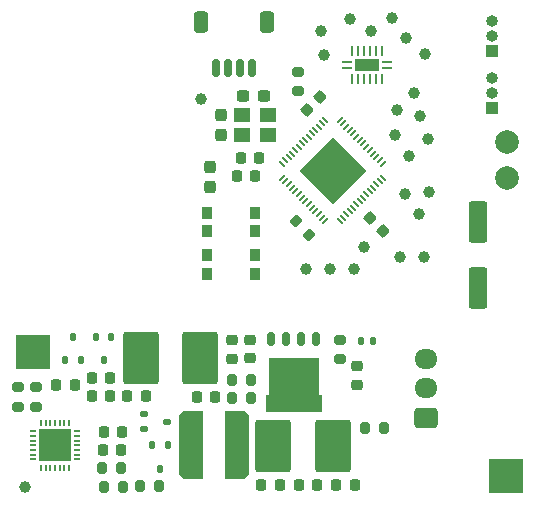
<source format=gbr>
%TF.GenerationSoftware,KiCad,Pcbnew,8.0.5-8.0.5-0~ubuntu24.04.1*%
%TF.CreationDate,2024-09-15T17:00:47-06:00*%
%TF.ProjectId,esp32-s3 single motor & battery controller,65737033-322d-4733-9320-73696e676c65,rev?*%
%TF.SameCoordinates,Original*%
%TF.FileFunction,Soldermask,Top*%
%TF.FilePolarity,Negative*%
%FSLAX46Y46*%
G04 Gerber Fmt 4.6, Leading zero omitted, Abs format (unit mm)*
G04 Created by KiCad (PCBNEW 8.0.5-8.0.5-0~ubuntu24.04.1) date 2024-09-15 17:00:47*
%MOMM*%
%LPD*%
G01*
G04 APERTURE LIST*
G04 Aperture macros list*
%AMRoundRect*
0 Rectangle with rounded corners*
0 $1 Rounding radius*
0 $2 $3 $4 $5 $6 $7 $8 $9 X,Y pos of 4 corners*
0 Add a 4 corners polygon primitive as box body*
4,1,4,$2,$3,$4,$5,$6,$7,$8,$9,$2,$3,0*
0 Add four circle primitives for the rounded corners*
1,1,$1+$1,$2,$3*
1,1,$1+$1,$4,$5*
1,1,$1+$1,$6,$7*
1,1,$1+$1,$8,$9*
0 Add four rect primitives between the rounded corners*
20,1,$1+$1,$2,$3,$4,$5,0*
20,1,$1+$1,$4,$5,$6,$7,0*
20,1,$1+$1,$6,$7,$8,$9,0*
20,1,$1+$1,$8,$9,$2,$3,0*%
%AMRotRect*
0 Rectangle, with rotation*
0 The origin of the aperture is its center*
0 $1 length*
0 $2 width*
0 $3 Rotation angle, in degrees counterclockwise*
0 Add horizontal line*
21,1,$1,$2,0,0,$3*%
%AMOutline5P*
0 Free polygon, 5 corners , with rotation*
0 The origin of the aperture is its center*
0 number of corners: always 5*
0 $1 to $10 corner X, Y*
0 $11 Rotation angle, in degrees counterclockwise*
0 create outline with 5 corners*
4,1,5,$1,$2,$3,$4,$5,$6,$7,$8,$9,$10,$1,$2,$11*%
%AMOutline6P*
0 Free polygon, 6 corners , with rotation*
0 The origin of the aperture is its center*
0 number of corners: always 6*
0 $1 to $12 corner X, Y*
0 $13 Rotation angle, in degrees counterclockwise*
0 create outline with 6 corners*
4,1,6,$1,$2,$3,$4,$5,$6,$7,$8,$9,$10,$11,$12,$1,$2,$13*%
%AMOutline7P*
0 Free polygon, 7 corners , with rotation*
0 The origin of the aperture is its center*
0 number of corners: always 7*
0 $1 to $14 corner X, Y*
0 $15 Rotation angle, in degrees counterclockwise*
0 create outline with 7 corners*
4,1,7,$1,$2,$3,$4,$5,$6,$7,$8,$9,$10,$11,$12,$13,$14,$1,$2,$15*%
%AMOutline8P*
0 Free polygon, 8 corners , with rotation*
0 The origin of the aperture is its center*
0 number of corners: always 8*
0 $1 to $16 corner X, Y*
0 $17 Rotation angle, in degrees counterclockwise*
0 create outline with 8 corners*
4,1,8,$1,$2,$3,$4,$5,$6,$7,$8,$9,$10,$11,$12,$13,$14,$15,$16,$1,$2,$17*%
%AMFreePoly0*
4,1,9,2.100000,-2.000000,2.350000,-2.000000,2.350000,-3.500000,-2.350000,-3.500000,-2.350000,-2.000000,-2.100000,-2.000000,-2.100000,1.100000,2.100000,1.100000,2.100000,-2.000000,2.100000,-2.000000,$1*%
G04 Aperture macros list end*
%ADD10C,0.000000*%
%ADD11RoundRect,0.237500X0.237500X-0.300000X0.237500X0.300000X-0.237500X0.300000X-0.237500X-0.300000X0*%
%ADD12C,1.000000*%
%ADD13R,1.400000X1.200000*%
%ADD14RoundRect,0.225000X-0.225000X-0.250000X0.225000X-0.250000X0.225000X0.250000X-0.225000X0.250000X0*%
%ADD15R,1.000000X1.000000*%
%ADD16O,1.000000X1.000000*%
%ADD17RoundRect,0.200000X0.200000X0.275000X-0.200000X0.275000X-0.200000X-0.275000X0.200000X-0.275000X0*%
%ADD18RoundRect,0.150000X0.150000X0.625000X-0.150000X0.625000X-0.150000X-0.625000X0.150000X-0.625000X0*%
%ADD19RoundRect,0.250000X0.350000X0.650000X-0.350000X0.650000X-0.350000X-0.650000X0.350000X-0.650000X0*%
%ADD20RoundRect,0.200000X-0.335876X-0.053033X-0.053033X-0.335876X0.335876X0.053033X0.053033X0.335876X0*%
%ADD21RoundRect,0.250001X1.262499X1.974999X-1.262499X1.974999X-1.262499X-1.974999X1.262499X-1.974999X0*%
%ADD22RoundRect,0.237500X0.237500X-0.287500X0.237500X0.287500X-0.237500X0.287500X-0.237500X-0.287500X0*%
%ADD23RoundRect,0.112500X-0.237500X0.112500X-0.237500X-0.112500X0.237500X-0.112500X0.237500X0.112500X0*%
%ADD24C,2.000000*%
%ADD25RoundRect,0.112500X-0.112500X-0.237500X0.112500X-0.237500X0.112500X0.237500X-0.112500X0.237500X0*%
%ADD26O,0.200000X0.599999*%
%ADD27O,0.599999X0.200000*%
%ADD28C,0.600000*%
%ADD29R,2.600000X2.600000*%
%ADD30R,0.900000X1.000000*%
%ADD31RoundRect,0.225000X-0.335876X-0.017678X-0.017678X-0.335876X0.335876X0.017678X0.017678X0.335876X0*%
%ADD32Outline6P,-2.900000X0.630000X-2.480000X1.050000X2.480000X1.050000X2.900000X0.630000X2.900000X-1.050000X-2.900000X-1.050000X90.000000*%
%ADD33Outline6P,-2.900000X0.630000X-2.480000X1.050000X2.480000X1.050000X2.900000X0.630000X2.900000X-1.050000X-2.900000X-1.050000X270.000000*%
%ADD34R,3.000000X3.000000*%
%ADD35RoundRect,0.250000X0.725000X-0.600000X0.725000X0.600000X-0.725000X0.600000X-0.725000X-0.600000X0*%
%ADD36O,1.950000X1.700000*%
%ADD37RoundRect,0.225000X0.225000X0.250000X-0.225000X0.250000X-0.225000X-0.250000X0.225000X-0.250000X0*%
%ADD38RoundRect,0.112500X0.112500X0.237500X-0.112500X0.237500X-0.112500X-0.237500X0.112500X-0.237500X0*%
%ADD39RoundRect,0.250000X0.550000X-1.500000X0.550000X1.500000X-0.550000X1.500000X-0.550000X-1.500000X0*%
%ADD40RoundRect,0.050000X-0.212132X-0.282843X0.282843X0.212132X0.212132X0.282843X-0.282843X-0.212132X0*%
%ADD41RoundRect,0.050000X0.212132X-0.282843X0.282843X-0.212132X-0.212132X0.282843X-0.282843X0.212132X0*%
%ADD42RotRect,4.000000X4.000000X45.000000*%
%ADD43RoundRect,0.175000X-0.175000X-0.400000X0.175000X-0.400000X0.175000X0.400000X-0.175000X0.400000X0*%
%ADD44FreePoly0,0.000000*%
%ADD45RoundRect,0.200000X0.275000X-0.200000X0.275000X0.200000X-0.275000X0.200000X-0.275000X-0.200000X0*%
%ADD46RoundRect,0.225000X0.017678X-0.335876X0.335876X-0.017678X-0.017678X0.335876X-0.335876X0.017678X0*%
%ADD47RoundRect,0.225000X0.250000X-0.225000X0.250000X0.225000X-0.250000X0.225000X-0.250000X-0.225000X0*%
%ADD48RoundRect,0.147500X-0.147500X-0.172500X0.147500X-0.172500X0.147500X0.172500X-0.147500X0.172500X0*%
%ADD49RoundRect,0.237500X0.300000X0.237500X-0.300000X0.237500X-0.300000X-0.237500X0.300000X-0.237500X0*%
%ADD50RoundRect,0.200000X-0.275000X0.200000X-0.275000X-0.200000X0.275000X-0.200000X0.275000X0.200000X0*%
%ADD51RoundRect,0.062500X-0.350000X0.062500X-0.350000X-0.062500X0.350000X-0.062500X0.350000X0.062500X0*%
%ADD52RoundRect,0.062500X-0.062500X0.350000X-0.062500X-0.350000X0.062500X-0.350000X0.062500X0.350000X0*%
%ADD53R,2.000000X1.000000*%
%ADD54RoundRect,0.225000X-0.250000X0.225000X-0.250000X-0.225000X0.250000X-0.225000X0.250000X0.225000X0*%
%ADD55RoundRect,0.200000X-0.200000X-0.275000X0.200000X-0.275000X0.200000X0.275000X-0.200000X0.275000X0*%
G04 APERTURE END LIST*
D10*
%TO.C,U4*%
G36*
X111012600Y-128763500D02*
G01*
X110636500Y-128763500D01*
X110636500Y-126036500D01*
X111012600Y-126036500D01*
X111012600Y-128763500D01*
G37*
G36*
X113363500Y-126412600D02*
G01*
X110636500Y-126412600D01*
X110636500Y-126036500D01*
X113363500Y-126036500D01*
X113363500Y-126412600D01*
G37*
G36*
X113363500Y-127200000D02*
G01*
X110636500Y-127200000D01*
X110636500Y-126812600D01*
X113363500Y-126812600D01*
X113363500Y-127200000D01*
G37*
G36*
X113363500Y-127987400D02*
G01*
X110636500Y-127987400D01*
X110636500Y-127600000D01*
X113363500Y-127600000D01*
X113363500Y-127987400D01*
G37*
G36*
X113363500Y-128763500D02*
G01*
X110636500Y-128763500D01*
X110636500Y-128387400D01*
X113363500Y-128387400D01*
X113363500Y-128763500D01*
G37*
G36*
X111800000Y-128763500D02*
G01*
X111412600Y-128763500D01*
X111412600Y-126036500D01*
X111800000Y-126036500D01*
X111800000Y-128763500D01*
G37*
G36*
X112587400Y-128763500D02*
G01*
X112200000Y-128763500D01*
X112200000Y-126036500D01*
X112587400Y-126036500D01*
X112587400Y-128763500D01*
G37*
G36*
X113363500Y-128763500D02*
G01*
X112987400Y-128763500D01*
X112987400Y-126036500D01*
X113363500Y-126036500D01*
X113363500Y-128763500D01*
G37*
%TD*%
D11*
%TO.C,C3*%
X126050000Y-101162501D03*
X126050000Y-99437499D03*
%TD*%
D12*
%TO.C,TP25*%
X141700000Y-92950000D03*
%TD*%
D13*
%TO.C,Y1*%
X130000000Y-99400000D03*
X127800000Y-99400000D03*
X127800000Y-101100000D03*
X130000000Y-101100000D03*
%TD*%
D12*
%TO.C,TP12*%
X137350000Y-112450000D03*
%TD*%
D14*
%TO.C,C9*%
X115125000Y-123200000D03*
X116675000Y-123200000D03*
%TD*%
D15*
%TO.C,J4*%
X149000000Y-98870000D03*
D16*
X149000000Y-97600000D03*
X149000000Y-96330000D03*
%TD*%
D12*
%TO.C,TP11*%
X135300000Y-112450000D03*
%TD*%
D17*
%TO.C,R24*%
X128597548Y-123372800D03*
X126947548Y-123372800D03*
%TD*%
D14*
%TO.C,C21*%
X127425000Y-104600000D03*
X128975000Y-104600000D03*
%TD*%
D17*
%TO.C,R26*%
X117625000Y-129350000D03*
X115975000Y-129350000D03*
%TD*%
D12*
%TO.C,TP19*%
X142850000Y-107800000D03*
%TD*%
D14*
%TO.C,C15*%
X129475000Y-130750000D03*
X131025000Y-130750000D03*
%TD*%
D18*
%TO.C,J1*%
X128650000Y-95450000D03*
X127650000Y-95450000D03*
X126650000Y-95450000D03*
X125650000Y-95450000D03*
D19*
X129950000Y-91575000D03*
X124350000Y-91575000D03*
%TD*%
D12*
%TO.C,TP6*%
X109500000Y-130900000D03*
%TD*%
%TO.C,TP3*%
X141950000Y-102900000D03*
%TD*%
D20*
%TO.C,R21*%
X132366637Y-108416637D03*
X133533363Y-109583363D03*
%TD*%
D12*
%TO.C,TP14*%
X143250000Y-111500000D03*
%TD*%
D21*
%TO.C,R9*%
X124285048Y-120022800D03*
X119260048Y-120022800D03*
%TD*%
D22*
%TO.C,D3*%
X125150000Y-105575000D03*
X125150000Y-103825000D03*
%TD*%
D12*
%TO.C,TP28*%
X136950000Y-91350000D03*
%TD*%
D17*
%TO.C,R1*%
X117775000Y-130900000D03*
X116125000Y-130900000D03*
%TD*%
D23*
%TO.C,Q1*%
X119500000Y-124750000D03*
X119500000Y-126050000D03*
X121500000Y-125400000D03*
%TD*%
D14*
%TO.C,C16*%
X132650000Y-130750000D03*
X134200000Y-130750000D03*
%TD*%
D12*
%TO.C,TP2*%
X143550000Y-101500000D03*
%TD*%
%TO.C,TP8*%
X140950000Y-99050000D03*
%TD*%
D24*
%TO.C,H6*%
X150300000Y-104800000D03*
%TD*%
D25*
%TO.C,Q5*%
X112872548Y-120222800D03*
X114172548Y-120222800D03*
X113522548Y-118222800D03*
%TD*%
D17*
%TO.C,R25*%
X128597548Y-121872800D03*
X126947548Y-121872800D03*
%TD*%
D14*
%TO.C,C10*%
X118125000Y-123272800D03*
X119675000Y-123272800D03*
%TD*%
D26*
%TO.C,U4*%
X113200000Y-125500001D03*
X112800001Y-125500001D03*
X112399999Y-125500001D03*
X112000000Y-125500001D03*
X111600001Y-125500001D03*
X111199999Y-125500001D03*
X110800000Y-125500001D03*
D27*
X110100001Y-126200000D03*
X110100001Y-126599999D03*
X110100001Y-127000001D03*
X110100001Y-127400000D03*
X110100001Y-127799999D03*
X110100001Y-128200001D03*
X110100001Y-128600000D03*
D26*
X110800000Y-129300001D03*
X111199999Y-129300001D03*
X111600001Y-129300001D03*
X112000000Y-129300001D03*
X112399999Y-129300001D03*
X112800001Y-129300001D03*
X113200000Y-129300001D03*
D27*
X113899999Y-128600000D03*
X113899999Y-128200001D03*
X113899999Y-127799999D03*
X113899999Y-127400000D03*
X113899999Y-127000001D03*
X113899999Y-126599999D03*
X113899999Y-126200000D03*
D28*
X112000000Y-126350000D03*
X113050000Y-127400000D03*
X112000000Y-127400000D03*
D29*
X112000000Y-127400000D03*
D28*
X110950000Y-127400000D03*
X112000000Y-128450000D03*
%TD*%
D14*
%TO.C,C5*%
X116125000Y-126300000D03*
X117675000Y-126300000D03*
%TD*%
D12*
%TO.C,TP9*%
X142400000Y-97600000D03*
%TD*%
D30*
%TO.C,SW2*%
X128950000Y-112900000D03*
X124850000Y-112900000D03*
X128950000Y-111300000D03*
X124850000Y-111300000D03*
%TD*%
D31*
%TO.C,C25*%
X138651992Y-108151992D03*
X139748008Y-109248008D03*
%TD*%
D32*
%TO.C,L2*%
X123500000Y-127350000D03*
D33*
X127400000Y-127350000D03*
%TD*%
D34*
%TO.C,H3*%
X110172548Y-119472800D03*
%TD*%
D12*
%TO.C,TP21*%
X143700000Y-105950000D03*
%TD*%
%TO.C,TP29*%
X134550000Y-92350000D03*
%TD*%
D35*
%TO.C,J5*%
X143372548Y-125072800D03*
D36*
X143372548Y-122572800D03*
X143372548Y-120072800D03*
%TD*%
D15*
%TO.C,J3*%
X149000000Y-94000000D03*
D16*
X149000000Y-92730000D03*
X149000000Y-91460000D03*
%TD*%
D14*
%TO.C,C20*%
X127725000Y-103100000D03*
X129275000Y-103100000D03*
%TD*%
D37*
%TO.C,C8*%
X116675000Y-121700000D03*
X115125000Y-121700000D03*
%TD*%
D17*
%TO.C,R23*%
X120825000Y-130850000D03*
X119175000Y-130850000D03*
%TD*%
D38*
%TO.C,Q4*%
X116772548Y-118222800D03*
X115472548Y-118222800D03*
X116122548Y-120222800D03*
%TD*%
D12*
%TO.C,TP15*%
X141200000Y-111450000D03*
%TD*%
%TO.C,TP10*%
X133250000Y-112450000D03*
%TD*%
%TO.C,TP24*%
X143300000Y-94250000D03*
%TD*%
D39*
%TO.C,C41*%
X147800000Y-114100000D03*
X147800000Y-108500000D03*
%TD*%
D14*
%TO.C,C11*%
X124014056Y-123314438D03*
X125564056Y-123314438D03*
%TD*%
D30*
%TO.C,SW1*%
X128950000Y-109300000D03*
X124850000Y-109300000D03*
X128950000Y-107700000D03*
X124850000Y-107700000D03*
%TD*%
D40*
%TO.C,U5*%
X131222004Y-104751041D03*
X131504847Y-105033883D03*
X131787689Y-105316726D03*
X132070532Y-105599569D03*
X132353375Y-105882412D03*
X132636218Y-106165254D03*
X132919060Y-106448097D03*
X133201903Y-106730940D03*
X133484746Y-107013782D03*
X133767588Y-107296625D03*
X134050431Y-107579468D03*
X134333274Y-107862311D03*
X134616117Y-108145153D03*
X134898959Y-108427996D03*
D41*
X136101041Y-108427996D03*
X136383883Y-108145153D03*
X136666726Y-107862311D03*
X136949569Y-107579468D03*
X137232412Y-107296625D03*
X137515254Y-107013782D03*
X137798097Y-106730940D03*
X138080940Y-106448097D03*
X138363782Y-106165254D03*
X138646625Y-105882412D03*
X138929468Y-105599569D03*
X139212311Y-105316726D03*
X139495153Y-105033883D03*
X139777996Y-104751041D03*
D40*
X139777996Y-103548959D03*
X139495153Y-103266117D03*
X139212311Y-102983274D03*
X138929468Y-102700431D03*
X138646625Y-102417588D03*
X138363782Y-102134746D03*
X138080940Y-101851903D03*
X137798097Y-101569060D03*
X137515254Y-101286218D03*
X137232412Y-101003375D03*
X136949569Y-100720532D03*
X136666726Y-100437689D03*
X136383883Y-100154847D03*
X136101041Y-99872004D03*
D41*
X134898959Y-99872004D03*
X134616117Y-100154847D03*
X134333274Y-100437689D03*
X134050431Y-100720532D03*
X133767588Y-101003375D03*
X133484746Y-101286218D03*
X133201903Y-101569060D03*
X132919060Y-101851903D03*
X132636218Y-102134746D03*
X132353375Y-102417588D03*
X132070532Y-102700431D03*
X131787689Y-102983274D03*
X131504847Y-103266117D03*
X131222004Y-103548959D03*
D42*
X135500000Y-104150000D03*
%TD*%
D14*
%TO.C,C14*%
X116075000Y-127800000D03*
X117625000Y-127800000D03*
%TD*%
D12*
%TO.C,TP30*%
X134750000Y-94400000D03*
%TD*%
D43*
%TO.C,Q3*%
X134112548Y-118422800D03*
X132842548Y-118422800D03*
X131572548Y-118422800D03*
X130302548Y-118422800D03*
D44*
X132207548Y-121147800D03*
%TD*%
D45*
%TO.C,R12*%
X110400000Y-124125000D03*
X110400000Y-122475000D03*
%TD*%
D38*
%TO.C,Q2*%
X121550000Y-127400000D03*
X120250000Y-127400000D03*
X120900000Y-129400000D03*
%TD*%
D12*
%TO.C,TP27*%
X138750000Y-92300000D03*
%TD*%
D46*
%TO.C,C22*%
X133351992Y-99048008D03*
X134448008Y-97951992D03*
%TD*%
D34*
%TO.C,H1*%
X150172548Y-130022800D03*
%TD*%
D12*
%TO.C,TP26*%
X140550000Y-91250000D03*
%TD*%
D47*
%TO.C,C29*%
X128472548Y-120047800D03*
X128472548Y-118497800D03*
%TD*%
D48*
%TO.C,D5*%
X137915000Y-118600000D03*
X138885000Y-118600000D03*
%TD*%
D49*
%TO.C,C4*%
X129662501Y-97800000D03*
X127937499Y-97800000D03*
%TD*%
D45*
%TO.C,R16*%
X132550000Y-97425000D03*
X132550000Y-95775000D03*
%TD*%
D12*
%TO.C,TP18*%
X138150000Y-110600000D03*
%TD*%
D24*
%TO.C,H5*%
X150300000Y-101700000D03*
%TD*%
D50*
%TO.C,R31*%
X136100000Y-118475000D03*
X136100000Y-120125000D03*
%TD*%
D14*
%TO.C,C17*%
X135825000Y-130750000D03*
X137375000Y-130750000D03*
%TD*%
D12*
%TO.C,TP4*%
X140800000Y-101150000D03*
%TD*%
D50*
%TO.C,R13*%
X108900000Y-122475000D03*
X108900000Y-124125000D03*
%TD*%
D12*
%TO.C,TP20*%
X141650000Y-106150000D03*
%TD*%
D51*
%TO.C,U6*%
X140100000Y-94950000D03*
D52*
X139662500Y-94012500D03*
X139162500Y-94012500D03*
X138662500Y-94012500D03*
X138162500Y-94012500D03*
X137662500Y-94012500D03*
X137162500Y-94012500D03*
D51*
X136725000Y-94950000D03*
X136725000Y-95450000D03*
D52*
X137162500Y-96387500D03*
X137662500Y-96387500D03*
X138162500Y-96387500D03*
X138662500Y-96387500D03*
X139162500Y-96387500D03*
X139662500Y-96387500D03*
D51*
X140100000Y-95450000D03*
D53*
X138412500Y-95200000D03*
%TD*%
D12*
%TO.C,TP22*%
X124400000Y-98100000D03*
%TD*%
D14*
%TO.C,C7*%
X112125000Y-122300000D03*
X113675000Y-122300000D03*
%TD*%
D47*
%TO.C,C30*%
X126972548Y-120072800D03*
X126972548Y-118522800D03*
%TD*%
D21*
%TO.C,R22*%
X135512500Y-127500000D03*
X130487500Y-127500000D03*
%TD*%
D54*
%TO.C,C35*%
X137600000Y-120725000D03*
X137600000Y-122275000D03*
%TD*%
D55*
%TO.C,R36*%
X138225000Y-125950000D03*
X139875000Y-125950000D03*
%TD*%
D12*
%TO.C,TP7*%
X142900000Y-99550000D03*
%TD*%
M02*

</source>
